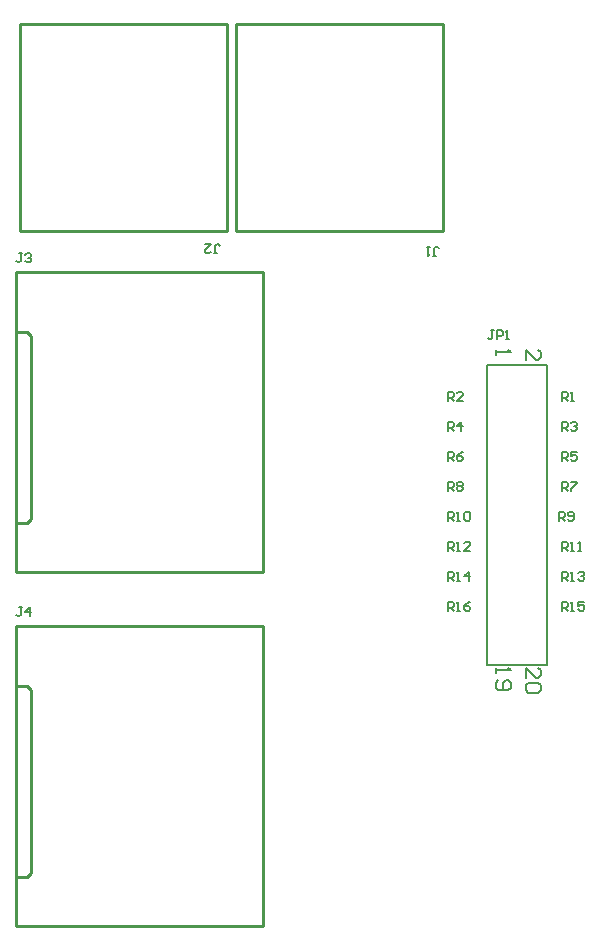
<source format=gto>
%FSLAX24Y24*%
%MOIN*%
G70*
G01*
G75*
G04 Layer_Color=65535*
%ADD10R,0.0354X0.0276*%
%ADD11C,0.0160*%
%ADD12C,0.0100*%
%ADD13C,0.0591*%
%ADD14C,0.0750*%
%ADD15C,0.0700*%
%ADD16R,0.0591X0.0591*%
%ADD17C,0.0500*%
%ADD18C,0.0080*%
%ADD19C,0.0079*%
%ADD20C,0.0070*%
D12*
X20600Y47200D02*
X20975D01*
X21100Y47075D01*
Y40950D02*
Y47075D01*
X20975Y40825D02*
X21100Y40950D01*
X20600Y40825D02*
X20975D01*
X20600Y49200D02*
X28850D01*
Y39200D02*
Y49200D01*
X20600Y39200D02*
X28850D01*
X20600D02*
Y49200D01*
Y59000D02*
X20975D01*
X21100Y58875D01*
Y52750D02*
Y58875D01*
X20975Y52625D02*
X21100Y52750D01*
X20600Y52625D02*
X20975D01*
X20600Y61000D02*
X28850D01*
Y51000D02*
Y61000D01*
X20600Y51000D02*
X28850D01*
X20600D02*
Y61000D01*
X20750Y69250D02*
X27650D01*
X20750Y62350D02*
Y69250D01*
Y62350D02*
X27650D01*
Y69250D01*
X27950D02*
X34850D01*
X27950Y62350D02*
Y69250D01*
Y62350D02*
X34850D01*
Y69250D01*
D18*
X37600Y58067D02*
Y58400D01*
X37933Y58067D01*
X38017D01*
X38100Y58150D01*
Y58317D01*
X38017Y58400D01*
X36600D02*
Y58233D01*
Y58317D01*
X37100D01*
X37017Y58400D01*
X36600Y47800D02*
Y47633D01*
Y47717D01*
X37100D01*
X37017Y47800D01*
X36683Y47383D02*
X36600Y47300D01*
Y47134D01*
X36683Y47050D01*
X37017D01*
X37100Y47134D01*
Y47300D01*
X37017Y47383D01*
X36933D01*
X36850Y47300D01*
Y47050D01*
X37600Y47467D02*
Y47800D01*
X37933Y47467D01*
X38017D01*
X38100Y47550D01*
Y47717D01*
X38017Y47800D01*
Y47300D02*
X38100Y47217D01*
Y47050D01*
X38017Y46967D01*
X37683D01*
X37600Y47050D01*
Y47217D01*
X37683Y47300D01*
X38017D01*
D19*
X36300Y47900D02*
Y57150D01*
X38300Y47900D02*
Y57150D01*
Y57900D01*
X36300D02*
X38300D01*
X36300Y57150D02*
Y57900D01*
Y47900D02*
X38300D01*
D20*
X35000Y56700D02*
Y57000D01*
X35150D01*
X35200Y56950D01*
Y56850D01*
X35150Y56800D01*
X35000D01*
X35100D02*
X35200Y56700D01*
X35500D02*
X35300D01*
X35500Y56900D01*
Y56950D01*
X35450Y57000D01*
X35350D01*
X35300Y56950D01*
X38800Y56700D02*
Y57000D01*
X38950D01*
X39000Y56950D01*
Y56850D01*
X38950Y56800D01*
X38800D01*
X38900D02*
X39000Y56700D01*
X39100D02*
X39200D01*
X39150D01*
Y57000D01*
X39100Y56950D01*
X35000Y55700D02*
Y56000D01*
X35150D01*
X35200Y55950D01*
Y55850D01*
X35150Y55800D01*
X35000D01*
X35100D02*
X35200Y55700D01*
X35450D02*
Y56000D01*
X35300Y55850D01*
X35500D01*
X38800Y55700D02*
Y56000D01*
X38950D01*
X39000Y55950D01*
Y55850D01*
X38950Y55800D01*
X38800D01*
X38900D02*
X39000Y55700D01*
X39100Y55950D02*
X39150Y56000D01*
X39250D01*
X39300Y55950D01*
Y55900D01*
X39250Y55850D01*
X39200D01*
X39250D01*
X39300Y55800D01*
Y55750D01*
X39250Y55700D01*
X39150D01*
X39100Y55750D01*
X35000Y54700D02*
Y55000D01*
X35150D01*
X35200Y54950D01*
Y54850D01*
X35150Y54800D01*
X35000D01*
X35100D02*
X35200Y54700D01*
X35500Y55000D02*
X35400Y54950D01*
X35300Y54850D01*
Y54750D01*
X35350Y54700D01*
X35450D01*
X35500Y54750D01*
Y54800D01*
X35450Y54850D01*
X35300D01*
X38800Y54700D02*
Y55000D01*
X38950D01*
X39000Y54950D01*
Y54850D01*
X38950Y54800D01*
X38800D01*
X38900D02*
X39000Y54700D01*
X39300Y55000D02*
X39100D01*
Y54850D01*
X39200Y54900D01*
X39250D01*
X39300Y54850D01*
Y54750D01*
X39250Y54700D01*
X39150D01*
X39100Y54750D01*
X35000Y53700D02*
Y54000D01*
X35150D01*
X35200Y53950D01*
Y53850D01*
X35150Y53800D01*
X35000D01*
X35100D02*
X35200Y53700D01*
X35300Y53950D02*
X35350Y54000D01*
X35450D01*
X35500Y53950D01*
Y53900D01*
X35450Y53850D01*
X35500Y53800D01*
Y53750D01*
X35450Y53700D01*
X35350D01*
X35300Y53750D01*
Y53800D01*
X35350Y53850D01*
X35300Y53900D01*
Y53950D01*
X35350Y53850D02*
X35450D01*
X38800Y53700D02*
Y54000D01*
X38950D01*
X39000Y53950D01*
Y53850D01*
X38950Y53800D01*
X38800D01*
X38900D02*
X39000Y53700D01*
X39100Y54000D02*
X39300D01*
Y53950D01*
X39100Y53750D01*
Y53700D01*
X35000Y52700D02*
Y53000D01*
X35150D01*
X35200Y52950D01*
Y52850D01*
X35150Y52800D01*
X35000D01*
X35100D02*
X35200Y52700D01*
X35300D02*
X35400D01*
X35350D01*
Y53000D01*
X35300Y52950D01*
X35550D02*
X35600Y53000D01*
X35700D01*
X35750Y52950D01*
Y52750D01*
X35700Y52700D01*
X35600D01*
X35550Y52750D01*
Y52950D01*
X38700Y52700D02*
Y53000D01*
X38850D01*
X38900Y52950D01*
Y52850D01*
X38850Y52800D01*
X38700D01*
X38800D02*
X38900Y52700D01*
X39000Y52750D02*
X39050Y52700D01*
X39150D01*
X39200Y52750D01*
Y52950D01*
X39150Y53000D01*
X39050D01*
X39000Y52950D01*
Y52900D01*
X39050Y52850D01*
X39200D01*
X35000Y51700D02*
Y52000D01*
X35150D01*
X35200Y51950D01*
Y51850D01*
X35150Y51800D01*
X35000D01*
X35100D02*
X35200Y51700D01*
X35300D02*
X35400D01*
X35350D01*
Y52000D01*
X35300Y51950D01*
X35750Y51700D02*
X35550D01*
X35750Y51900D01*
Y51950D01*
X35700Y52000D01*
X35600D01*
X35550Y51950D01*
X38800Y51700D02*
Y52000D01*
X38950D01*
X39000Y51950D01*
Y51850D01*
X38950Y51800D01*
X38800D01*
X38900D02*
X39000Y51700D01*
X39100D02*
X39200D01*
X39150D01*
Y52000D01*
X39100Y51950D01*
X39350Y51700D02*
X39450D01*
X39400D01*
Y52000D01*
X39350Y51950D01*
X35000Y50700D02*
Y51000D01*
X35150D01*
X35200Y50950D01*
Y50850D01*
X35150Y50800D01*
X35000D01*
X35100D02*
X35200Y50700D01*
X35300D02*
X35400D01*
X35350D01*
Y51000D01*
X35300Y50950D01*
X35700Y50700D02*
Y51000D01*
X35550Y50850D01*
X35750D01*
X38800Y50700D02*
Y51000D01*
X38950D01*
X39000Y50950D01*
Y50850D01*
X38950Y50800D01*
X38800D01*
X38900D02*
X39000Y50700D01*
X39100D02*
X39200D01*
X39150D01*
Y51000D01*
X39100Y50950D01*
X39350D02*
X39400Y51000D01*
X39500D01*
X39550Y50950D01*
Y50900D01*
X39500Y50850D01*
X39450D01*
X39500D01*
X39550Y50800D01*
Y50750D01*
X39500Y50700D01*
X39400D01*
X39350Y50750D01*
X35000Y49700D02*
Y50000D01*
X35150D01*
X35200Y49950D01*
Y49850D01*
X35150Y49800D01*
X35000D01*
X35100D02*
X35200Y49700D01*
X35300D02*
X35400D01*
X35350D01*
Y50000D01*
X35300Y49950D01*
X35750Y50000D02*
X35650Y49950D01*
X35550Y49850D01*
Y49750D01*
X35600Y49700D01*
X35700D01*
X35750Y49750D01*
Y49800D01*
X35700Y49850D01*
X35550D01*
X38800Y49700D02*
Y50000D01*
X38950D01*
X39000Y49950D01*
Y49850D01*
X38950Y49800D01*
X38800D01*
X38900D02*
X39000Y49700D01*
X39100D02*
X39200D01*
X39150D01*
Y50000D01*
X39100Y49950D01*
X39550Y50000D02*
X39350D01*
Y49850D01*
X39450Y49900D01*
X39500D01*
X39550Y49850D01*
Y49750D01*
X39500Y49700D01*
X39400D01*
X39350Y49750D01*
X34500Y61540D02*
X34600D01*
X34550D01*
Y61790D01*
X34600Y61840D01*
X34650D01*
X34700Y61790D01*
X34400Y61840D02*
X34300D01*
X34350D01*
Y61540D01*
X34400Y61590D01*
X27200Y61620D02*
X27300D01*
X27250D01*
Y61870D01*
X27300Y61920D01*
X27350D01*
X27400Y61870D01*
X26900Y61920D02*
X27100D01*
X26900Y61720D01*
Y61670D01*
X26950Y61620D01*
X27050D01*
X27100Y61670D01*
X20820Y61620D02*
X20720D01*
X20770D01*
Y61370D01*
X20720Y61320D01*
X20670D01*
X20620Y61370D01*
X20920Y61570D02*
X20970Y61620D01*
X21070D01*
X21120Y61570D01*
Y61520D01*
X21070Y61470D01*
X21020D01*
X21070D01*
X21120Y61420D01*
Y61370D01*
X21070Y61320D01*
X20970D01*
X20920Y61370D01*
X20820Y49820D02*
X20720D01*
X20770D01*
Y49570D01*
X20720Y49520D01*
X20670D01*
X20620Y49570D01*
X21070Y49520D02*
Y49820D01*
X20920Y49670D01*
X21120D01*
X36530Y59050D02*
X36430D01*
X36480D01*
Y58800D01*
X36430Y58750D01*
X36380D01*
X36330Y58800D01*
X36630Y58750D02*
Y59050D01*
X36780D01*
X36830Y59000D01*
Y58900D01*
X36780Y58850D01*
X36630D01*
X36930Y58750D02*
X37030D01*
X36980D01*
Y59050D01*
X36930Y59000D01*
M02*

</source>
